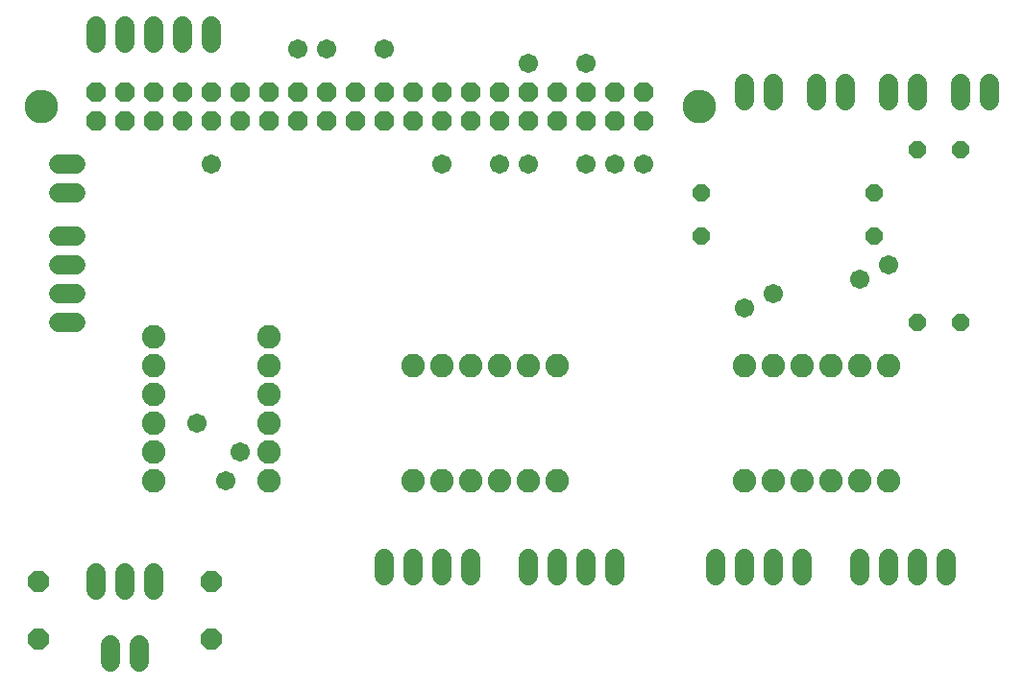
<source format=gbs>
G75*
%MOIN*%
%OFA0B0*%
%FSLAX25Y25*%
%IPPOS*%
%LPD*%
%AMOC8*
5,1,8,0,0,1.08239X$1,22.5*
%
%ADD10C,0.11627*%
%ADD11C,0.08200*%
%ADD12C,0.06737*%
%ADD13OC8,0.07100*%
%ADD14C,0.06800*%
%ADD15OC8,0.06000*%
%ADD16OC8,0.06800*%
%ADD17C,0.06706*%
D10*
X0014827Y0213000D03*
X0243173Y0213000D03*
D11*
X0259000Y0123000D03*
X0269000Y0123000D03*
X0279000Y0123000D03*
X0289000Y0123000D03*
X0299000Y0123000D03*
X0309000Y0123000D03*
X0309000Y0083000D03*
X0299000Y0083000D03*
X0289000Y0083000D03*
X0279000Y0083000D03*
X0269000Y0083000D03*
X0259000Y0083000D03*
X0194000Y0083000D03*
X0184000Y0083000D03*
X0174000Y0083000D03*
X0164000Y0083000D03*
X0154000Y0083000D03*
X0144000Y0083000D03*
X0094000Y0083000D03*
X0094000Y0093000D03*
X0094000Y0103000D03*
X0094000Y0113000D03*
X0094000Y0123000D03*
X0094000Y0133000D03*
X0054000Y0133000D03*
X0054000Y0123000D03*
X0054000Y0113000D03*
X0054000Y0103000D03*
X0054000Y0093000D03*
X0054000Y0083000D03*
X0144000Y0123000D03*
X0154000Y0123000D03*
X0164000Y0123000D03*
X0174000Y0123000D03*
X0184000Y0123000D03*
X0194000Y0123000D03*
D12*
X0039000Y0025969D02*
X0039000Y0020031D01*
X0049000Y0020031D02*
X0049000Y0025969D01*
X0134000Y0050031D02*
X0134000Y0055969D01*
X0144000Y0055969D02*
X0144000Y0050031D01*
X0154000Y0050031D02*
X0154000Y0055969D01*
X0164000Y0055969D02*
X0164000Y0050031D01*
X0184000Y0050031D02*
X0184000Y0055969D01*
X0194000Y0055969D02*
X0194000Y0050031D01*
X0204000Y0050031D02*
X0204000Y0055969D01*
X0214000Y0055969D02*
X0214000Y0050031D01*
X0249000Y0050031D02*
X0249000Y0055969D01*
X0259000Y0055969D02*
X0259000Y0050031D01*
X0269000Y0050031D02*
X0269000Y0055969D01*
X0279000Y0055969D02*
X0279000Y0050031D01*
X0299000Y0050031D02*
X0299000Y0055969D01*
X0309000Y0055969D02*
X0309000Y0050031D01*
X0319000Y0050031D02*
X0319000Y0055969D01*
X0329000Y0055969D02*
X0329000Y0050031D01*
X0334000Y0215031D02*
X0334000Y0220969D01*
X0344000Y0220969D02*
X0344000Y0215031D01*
X0319000Y0215031D02*
X0319000Y0220969D01*
X0309000Y0220969D02*
X0309000Y0215031D01*
X0294000Y0215031D02*
X0294000Y0220969D01*
X0284000Y0220969D02*
X0284000Y0215031D01*
X0269000Y0215031D02*
X0269000Y0220969D01*
X0259000Y0220969D02*
X0259000Y0215031D01*
X0026969Y0193000D02*
X0021031Y0193000D01*
X0021031Y0183000D02*
X0026969Y0183000D01*
X0026969Y0168000D02*
X0021031Y0168000D01*
X0021031Y0158000D02*
X0026969Y0158000D01*
X0026969Y0148000D02*
X0021031Y0148000D01*
X0021031Y0138000D02*
X0026969Y0138000D01*
D13*
X0014000Y0048000D03*
X0014000Y0028000D03*
X0074000Y0028000D03*
X0074000Y0048000D03*
D14*
X0054000Y0045000D02*
X0054000Y0051000D01*
X0044000Y0051000D02*
X0044000Y0045000D01*
X0034000Y0045000D02*
X0034000Y0051000D01*
X0034000Y0235000D02*
X0034000Y0241000D01*
X0044000Y0241000D02*
X0044000Y0235000D01*
X0054000Y0235000D02*
X0054000Y0241000D01*
X0064000Y0241000D02*
X0064000Y0235000D01*
X0074000Y0235000D02*
X0074000Y0241000D01*
D15*
X0244000Y0183000D03*
X0244000Y0168000D03*
X0304000Y0168000D03*
X0304000Y0183000D03*
X0319000Y0198000D03*
X0334000Y0198000D03*
X0334000Y0138000D03*
X0319000Y0138000D03*
D16*
X0224000Y0208000D03*
X0214000Y0208000D03*
X0204000Y0208000D03*
X0194000Y0208000D03*
X0184000Y0208000D03*
X0174000Y0208000D03*
X0164000Y0208000D03*
X0154000Y0208000D03*
X0144000Y0208000D03*
X0134000Y0208000D03*
X0124000Y0208000D03*
X0114000Y0208000D03*
X0104000Y0208000D03*
X0094000Y0208000D03*
X0084000Y0208000D03*
X0074000Y0208000D03*
X0064000Y0208000D03*
X0054000Y0208000D03*
X0044000Y0208000D03*
X0034000Y0208000D03*
X0034000Y0218000D03*
X0044000Y0218000D03*
X0054000Y0218000D03*
X0064000Y0218000D03*
X0074000Y0218000D03*
X0084000Y0218000D03*
X0094000Y0218000D03*
X0104000Y0218000D03*
X0114000Y0218000D03*
X0124000Y0218000D03*
X0134000Y0218000D03*
X0144000Y0218000D03*
X0154000Y0218000D03*
X0164000Y0218000D03*
X0174000Y0218000D03*
X0184000Y0218000D03*
X0194000Y0218000D03*
X0204000Y0218000D03*
X0214000Y0218000D03*
X0224000Y0218000D03*
D17*
X0204000Y0228000D03*
X0184000Y0228000D03*
X0134000Y0233000D03*
X0114000Y0233000D03*
X0104000Y0233000D03*
X0074000Y0193000D03*
X0154000Y0193000D03*
X0174000Y0193000D03*
X0184000Y0193000D03*
X0204000Y0193000D03*
X0214000Y0193000D03*
X0224000Y0193000D03*
X0269000Y0148000D03*
X0259000Y0143000D03*
X0299000Y0153000D03*
X0309000Y0158000D03*
X0084000Y0093000D03*
X0079000Y0083000D03*
X0069000Y0103000D03*
M02*

</source>
